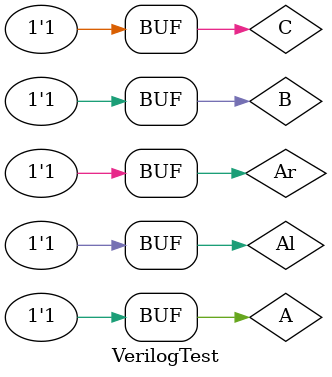
<source format=v>
`timescale 1ns / 1ps


module VerilogTest;

	// Inputs
	reg A;
	reg B;
	reg C;
	reg Al;
	reg Ar;

	// Outputs
	wire Le;
	wire Ld;
	wire Re;
	wire Rd;

	// Instantiate the Unit Under Test (UUT)
	verilog_module_lab5 uut (
		.A(A), 
		.B(B), 
		.C(C), 
		.Al(Al), 
		.Ar(Ar), 
		.Le(Le), 
		.Ld(Ld), 
		.Re(Re), 
		.Rd(Rd)
	);

	initial begin
		// Initialize Inputs
		A = 0; B = 0; C = 0; Al = 1; Ar = 1;
#10   A = 0; B = 0; C = 0; Al = 1; Ar = 1;
#10   A = 0; B = 0; C = 1; Al = 1; Ar = 1;
#10   A = 0; B = 1; C = 0; Al = 1; Ar = 1;
#10   A = 0; B = 1; C = 1; Al = 1; Ar = 1;
#10   A = 1; B = 0; C = 0; Al = 1; Ar = 1;
#10   A = 1; B = 0; C = 1; Al = 1; Ar = 1;
#10   A = 1; B = 1; C = 0; Al = 1; Ar = 1;
#10   A = 1; B = 1; C = 1; Al = 1; Ar = 1;


		// Wait 100 ns for global reset to finish
		#100;
        
		// Add stimulus here

	end
      
endmodule


</source>
